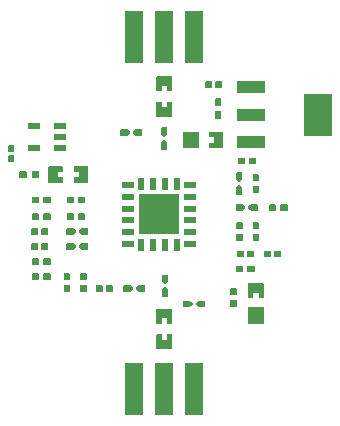
<source format=gtp>
G04 Layer: TopPasteMaskLayer*
G04 EasyEDA Pro v2.2.45.4, 2025-12-28 23:20:17*
G04 Gerber Generator version 0.3*
G04 Scale: 100 percent, Rotated: No, Reflected: No*
G04 Dimensions in millimeters*
G04 Leading zeros omitted, absolute positions, 4 integers and 5 decimals*
G04 Generated by one-click*
%FSLAX45Y45*%
%MOMM*%
%ADD10R,1.0X0.6*%
%ADD11R,2.47X0.98001*%
%ADD12R,2.47X3.59999*%
%ADD13R,1.41X1.35001*%
%ADD14R,1.35001X1.41*%
%ADD15R,1.0X0.55*%
%ADD16R,0.55X1.0*%
%ADD17R,3.4X3.4*%
%ADD18R,1.5047X4.5*%
%ADD19R,1.5X4.5*%
G75*


G04 PolygonModel Start*
G36*
G01X11284699Y-6004700D02*
G01X11284699Y-5958700D01*
G01X11288700Y-5954700D01*
G01X11346548Y-5954700D01*
G01X11350549Y-5958700D01*
G01X11350549Y-6004700D01*
G01X11346548Y-6008700D01*
G01X11288700Y-6008700D01*
G01X11284699Y-6004700D01*
G37*
G36*
G01X11245101Y-6004700D02*
G01X11245101Y-5958700D01*
G01X11241100Y-5954700D01*
G01X11183252Y-5954700D01*
G01X11179251Y-5958700D01*
G01X11179251Y-6004700D01*
G01X11183252Y-6008700D01*
G01X11241100Y-6008700D01*
G01X11245101Y-6004700D01*
G37*
G36*
G01X12842100Y-5442699D02*
G01X12888100Y-5442699D01*
G01X12892100Y-5446700D01*
G01X12892100Y-5504548D01*
G01X12888100Y-5508549D01*
G01X12842100Y-5508549D01*
G01X12838100Y-5504548D01*
G01X12838100Y-5446700D01*
G01X12842100Y-5442699D01*
G37*
G36*
G01X12842100Y-5403101D02*
G01X12888100Y-5403101D01*
G01X12892100Y-5399100D01*
G01X12892100Y-5341252D01*
G01X12888100Y-5337251D01*
G01X12842100Y-5337251D01*
G01X12838100Y-5341252D01*
G01X12838100Y-5399100D01*
G01X12842100Y-5403101D01*
G37*
G36*
G01X12840500Y-5242700D02*
G01X12840500Y-5196700D01*
G01X12844501Y-5192700D01*
G01X12894564Y-5192700D01*
G01X12898565Y-5196700D01*
G01X12898565Y-5242700D01*
G01X12894564Y-5246700D01*
G01X12844501Y-5246700D01*
G01X12840500Y-5242700D01*
G37*
G36*
G01X12813500Y-5242700D02*
G01X12813500Y-5196700D01*
G01X12809499Y-5192700D01*
G01X12759436Y-5192700D01*
G01X12755436Y-5196700D01*
G01X12755436Y-5242700D01*
G01X12759436Y-5246700D01*
G01X12809499Y-5246700D01*
G01X12813500Y-5242700D01*
G37*
G36*
G01X11089500Y-5817400D02*
G01X11135500Y-5817400D01*
G01X11139500Y-5821401D01*
G01X11139500Y-5871464D01*
G01X11135500Y-5875464D01*
G01X11089500Y-5875464D01*
G01X11085500Y-5871464D01*
G01X11085500Y-5821401D01*
G01X11089500Y-5817400D01*
G37*
G36*
G01X11089500Y-5790400D02*
G01X11135500Y-5790400D01*
G01X11139500Y-5786399D01*
G01X11139500Y-5736336D01*
G01X11135500Y-5732335D01*
G01X11089500Y-5732335D01*
G01X11085500Y-5736336D01*
G01X11085500Y-5786399D01*
G01X11089500Y-5790400D01*
G37*
G36*
G01X13014602Y-7005096D02*
G01X12969601Y-7005096D01*
G01X12964602Y-6998099D01*
G01X12964602Y-6950098D01*
G01X12969601Y-6945097D01*
G01X13014602Y-6945097D01*
G01X13019601Y-6950098D01*
G01X13019601Y-6998099D01*
G01X13014602Y-7005096D01*
G37*
G36*
G01X13014602Y-7101098D02*
G01X12969601Y-7101098D01*
G01X12964602Y-7096097D01*
G01X12964602Y-7048099D01*
G01X12969601Y-7041098D01*
G01X13014602Y-7041098D01*
G01X13019601Y-7048099D01*
G01X13019601Y-7096097D01*
G01X13014602Y-7101098D01*
G37*
G36*
G01X11676604Y-6359802D02*
G01X11676604Y-6314801D01*
G01X11683601Y-6309802D01*
G01X11731602Y-6309802D01*
G01X11736603Y-6314801D01*
G01X11736603Y-6359802D01*
G01X11731602Y-6364801D01*
G01X11683601Y-6364801D01*
G01X11676604Y-6359802D01*
G37*
G36*
G01X11580602Y-6359802D02*
G01X11580602Y-6314801D01*
G01X11585603Y-6309802D01*
G01X11633601Y-6309802D01*
G01X11640602Y-6314801D01*
G01X11640602Y-6359802D01*
G01X11633601Y-6364801D01*
G01X11585603Y-6364801D01*
G01X11580602Y-6359802D01*
G37*
G36*
G01X11765598Y-5917700D02*
G01X11765598Y-6045698D01*
G01X11760596Y-6050699D01*
G01X11645595Y-6050699D01*
G01X11640596Y-6045698D01*
G01X11640094Y-6004695D01*
G01X11685095Y-6004695D01*
G01X11685095Y-5959696D01*
G01X11641094Y-5959696D01*
G01X11640596Y-5917700D01*
G01X11645595Y-5912698D01*
G01X11760596Y-5912698D01*
G01X11765598Y-5917700D01*
G37*
G36*
G01X11424603Y-6045700D02*
G01X11424603Y-5917702D01*
G01X11429604Y-5912701D01*
G01X11544605Y-5912701D01*
G01X11549604Y-5917702D01*
G01X11550106Y-5958705D01*
G01X11505105Y-5958705D01*
G01X11505105Y-6003704D01*
G01X11549106Y-6003704D01*
G01X11549604Y-6045700D01*
G01X11544605Y-6050702D01*
G01X11429604Y-6050702D01*
G01X11424603Y-6045700D01*
G37*
G36*
G01X11348496Y-6314798D02*
G01X11348496Y-6359799D01*
G01X11341499Y-6364798D01*
G01X11293498Y-6364798D01*
G01X11288497Y-6359799D01*
G01X11288497Y-6314798D01*
G01X11293498Y-6309799D01*
G01X11341499Y-6309799D01*
G01X11348496Y-6314798D01*
G37*
G36*
G01X11444498Y-6314798D02*
G01X11444498Y-6359799D01*
G01X11439497Y-6364798D01*
G01X11391499Y-6364798D01*
G01X11384498Y-6359799D01*
G01X11384498Y-6314798D01*
G01X11391499Y-6309799D01*
G01X11439497Y-6309799D01*
G01X11444498Y-6314798D01*
G37*
G36*
G01X11348496Y-6175098D02*
G01X11348496Y-6220099D01*
G01X11341499Y-6225098D01*
G01X11293498Y-6225098D01*
G01X11288497Y-6220099D01*
G01X11288497Y-6175098D01*
G01X11293498Y-6170099D01*
G01X11341499Y-6170099D01*
G01X11348496Y-6175098D01*
G37*
G36*
G01X11444498Y-6175098D02*
G01X11444498Y-6220099D01*
G01X11439497Y-6225098D01*
G01X11391499Y-6225098D01*
G01X11384498Y-6220099D01*
G01X11384498Y-6175098D01*
G01X11391499Y-6170099D01*
G01X11439497Y-6170099D01*
G01X11444498Y-6175098D01*
G37*
G36*
G01X11348496Y-6822798D02*
G01X11348496Y-6867799D01*
G01X11341499Y-6872798D01*
G01X11293498Y-6872798D01*
G01X11288497Y-6867799D01*
G01X11288497Y-6822798D01*
G01X11293498Y-6817799D01*
G01X11341499Y-6817799D01*
G01X11348496Y-6822798D01*
G37*
G36*
G01X11444498Y-6822798D02*
G01X11444498Y-6867799D01*
G01X11439497Y-6872798D01*
G01X11391499Y-6872798D01*
G01X11384498Y-6867799D01*
G01X11384498Y-6822798D01*
G01X11391499Y-6817799D01*
G01X11439497Y-6817799D01*
G01X11444498Y-6822798D01*
G37*
G36*
G01X11348496Y-6695798D02*
G01X11348496Y-6740799D01*
G01X11341499Y-6745798D01*
G01X11293498Y-6745798D01*
G01X11288497Y-6740799D01*
G01X11288497Y-6695798D01*
G01X11293498Y-6690799D01*
G01X11341499Y-6690799D01*
G01X11348496Y-6695798D01*
G37*
G36*
G01X11444498Y-6695798D02*
G01X11444498Y-6740799D01*
G01X11439497Y-6745798D01*
G01X11391499Y-6745798D01*
G01X11384498Y-6740799D01*
G01X11384498Y-6695798D01*
G01X11391499Y-6690799D01*
G01X11439497Y-6690799D01*
G01X11444498Y-6695798D01*
G37*
G36*
G01X12908598Y-5625600D02*
G01X12908598Y-5753598D01*
G01X12903596Y-5758599D01*
G01X12788595Y-5758599D01*
G01X12783596Y-5753598D01*
G01X12783094Y-5712595D01*
G01X12828095Y-5712595D01*
G01X12828095Y-5667596D01*
G01X12784094Y-5667596D01*
G01X12783596Y-5625600D01*
G01X12788595Y-5620598D01*
G01X12903596Y-5620598D01*
G01X12908598Y-5625600D01*
G37*
G36*
G01X12567603Y-5753600D02*
G01X12567603Y-5625602D01*
G01X12572604Y-5620601D01*
G01X12687605Y-5620601D01*
G01X12692604Y-5625602D01*
G01X12693106Y-5666605D01*
G01X12648105Y-5666605D01*
G01X12648105Y-5711604D01*
G01X12692106Y-5711604D01*
G01X12692604Y-5753600D01*
G01X12687605Y-5758602D01*
G01X12572604Y-5758602D01*
G01X12567603Y-5753600D01*
G37*
G36*
G01X13088396Y-5844898D02*
G01X13088396Y-5889899D01*
G01X13081399Y-5894898D01*
G01X13033398Y-5894898D01*
G01X13028397Y-5889899D01*
G01X13028397Y-5844898D01*
G01X13033398Y-5839899D01*
G01X13081399Y-5839899D01*
G01X13088396Y-5844898D01*
G37*
G36*
G01X13184398Y-5844898D02*
G01X13184398Y-5889899D01*
G01X13179397Y-5894898D01*
G01X13131399Y-5894898D01*
G01X13124398Y-5889899D01*
G01X13124398Y-5844898D01*
G01X13131399Y-5839899D01*
G01X13179397Y-5839899D01*
G01X13184398Y-5844898D01*
G37*
G36*
G01X11699598Y-6914104D02*
G01X11744599Y-6914104D01*
G01X11749598Y-6921101D01*
G01X11749598Y-6969102D01*
G01X11744599Y-6974103D01*
G01X11699598Y-6974103D01*
G01X11694599Y-6969102D01*
G01X11694599Y-6921101D01*
G01X11699598Y-6914104D01*
G37*
G36*
G01X11699598Y-6818102D02*
G01X11744599Y-6818102D01*
G01X11749598Y-6823103D01*
G01X11749598Y-6871101D01*
G01X11744599Y-6878102D01*
G01X11699598Y-6878102D01*
G01X11694599Y-6871101D01*
G01X11694599Y-6823103D01*
G01X11699598Y-6818102D01*
G37*
G36*
G01X11559898Y-6914104D02*
G01X11604899Y-6914104D01*
G01X11609898Y-6921101D01*
G01X11609898Y-6969102D01*
G01X11604899Y-6974103D01*
G01X11559898Y-6974103D01*
G01X11554899Y-6969102D01*
G01X11554899Y-6921101D01*
G01X11559898Y-6914104D01*
G37*
G36*
G01X11559898Y-6818102D02*
G01X11604899Y-6818102D01*
G01X11609898Y-6823103D01*
G01X11609898Y-6871101D01*
G01X11604899Y-6878102D01*
G01X11559898Y-6878102D01*
G01X11554899Y-6871101D01*
G01X11554899Y-6823103D01*
G01X11559898Y-6818102D01*
G37*
G36*
G01X13205102Y-6039896D02*
G01X13160101Y-6039896D01*
G01X13155102Y-6032899D01*
G01X13155102Y-5984898D01*
G01X13160101Y-5979897D01*
G01X13205102Y-5979897D01*
G01X13210101Y-5984898D01*
G01X13210101Y-6032899D01*
G01X13205102Y-6039896D01*
G37*
G36*
G01X13205102Y-6135898D02*
G01X13160101Y-6135898D01*
G01X13155102Y-6130897D01*
G01X13155102Y-6082899D01*
G01X13160101Y-6075898D01*
G01X13205102Y-6075898D01*
G01X13210101Y-6082899D01*
G01X13210101Y-6130897D01*
G01X13205102Y-6135898D01*
G37*
G36*
G01X13355096Y-6238598D02*
G01X13355096Y-6283599D01*
G01X13348099Y-6288598D01*
G01X13300098Y-6288598D01*
G01X13295097Y-6283599D01*
G01X13295097Y-6238598D01*
G01X13300098Y-6233599D01*
G01X13348099Y-6233599D01*
G01X13355096Y-6238598D01*
G37*
G36*
G01X13451098Y-6238598D02*
G01X13451098Y-6283599D01*
G01X13446097Y-6288598D01*
G01X13398099Y-6288598D01*
G01X13391098Y-6283599D01*
G01X13391098Y-6238598D01*
G01X13398099Y-6233599D01*
G01X13446097Y-6233599D01*
G01X13451098Y-6238598D01*
G37*
G36*
G01X13065402Y-6446296D02*
G01X13020401Y-6446296D01*
G01X13015402Y-6439299D01*
G01X13015402Y-6391298D01*
G01X13020401Y-6386297D01*
G01X13065402Y-6386297D01*
G01X13070401Y-6391298D01*
G01X13070401Y-6439299D01*
G01X13065402Y-6446296D01*
G37*
G36*
G01X13065402Y-6542298D02*
G01X13020401Y-6542298D01*
G01X13015402Y-6537297D01*
G01X13015402Y-6489299D01*
G01X13020401Y-6482298D01*
G01X13065402Y-6482298D01*
G01X13070401Y-6489299D01*
G01X13070401Y-6537297D01*
G01X13065402Y-6542298D01*
G37*
G36*
G01X13205102Y-6446296D02*
G01X13160101Y-6446296D01*
G01X13155102Y-6439299D01*
G01X13155102Y-6391298D01*
G01X13160101Y-6386297D01*
G01X13205102Y-6386297D01*
G01X13210101Y-6391298D01*
G01X13210101Y-6439299D01*
G01X13205102Y-6446296D01*
G37*
G36*
G01X13205102Y-6542298D02*
G01X13160101Y-6542298D01*
G01X13155102Y-6537297D01*
G01X13155102Y-6489299D01*
G01X13160101Y-6482298D01*
G01X13205102Y-6482298D01*
G01X13210101Y-6489299D01*
G01X13210101Y-6537297D01*
G01X13205102Y-6542298D01*
G37*
G36*
G01X13111704Y-6804302D02*
G01X13111704Y-6759301D01*
G01X13118701Y-6754302D01*
G01X13166702Y-6754302D01*
G01X13171703Y-6759301D01*
G01X13171703Y-6804302D01*
G01X13166702Y-6809301D01*
G01X13118701Y-6809301D01*
G01X13111704Y-6804302D01*
G37*
G36*
G01X13015702Y-6804302D02*
G01X13015702Y-6759301D01*
G01X13020703Y-6754302D01*
G01X13068701Y-6754302D01*
G01X13075702Y-6759301D01*
G01X13075702Y-6804302D01*
G01X13068701Y-6809301D01*
G01X13020703Y-6809301D01*
G01X13015702Y-6804302D01*
G37*
G36*
G01X13118600Y-6903402D02*
G01X13246598Y-6903402D01*
G01X13251599Y-6908404D01*
G01X13251599Y-7023405D01*
G01X13246598Y-7028404D01*
G01X13205595Y-7028906D01*
G01X13205595Y-6983905D01*
G01X13160596Y-6983905D01*
G01X13160596Y-7027906D01*
G01X13118600Y-7028404D01*
G01X13113598Y-7023405D01*
G01X13113598Y-6908404D01*
G01X13118600Y-6903402D01*
G37*
G36*
G01X13246600Y-7244397D02*
G01X13118602Y-7244397D01*
G01X13113601Y-7239396D01*
G01X13113601Y-7124395D01*
G01X13118602Y-7119396D01*
G01X13159605Y-7118894D01*
G01X13159605Y-7163895D01*
G01X13204604Y-7163895D01*
G01X13204604Y-7119894D01*
G01X13246600Y-7119396D01*
G01X13251602Y-7124395D01*
G01X13251602Y-7239396D01*
G01X13246600Y-7244397D01*
G37*
G36*
G01X12343900Y-5150802D02*
G01X12471898Y-5150802D01*
G01X12476899Y-5155804D01*
G01X12476899Y-5270805D01*
G01X12471898Y-5275804D01*
G01X12430895Y-5276306D01*
G01X12430895Y-5231305D01*
G01X12385896Y-5231305D01*
G01X12385896Y-5275306D01*
G01X12343900Y-5275804D01*
G01X12338898Y-5270805D01*
G01X12338898Y-5155804D01*
G01X12343900Y-5150802D01*
G37*
G36*
G01X12471900Y-5491797D02*
G01X12343902Y-5491797D01*
G01X12338901Y-5486796D01*
G01X12338901Y-5371795D01*
G01X12343902Y-5366796D01*
G01X12384905Y-5366294D01*
G01X12384905Y-5411295D01*
G01X12429904Y-5411295D01*
G01X12429904Y-5367294D01*
G01X12471900Y-5366796D01*
G01X12476902Y-5371795D01*
G01X12476902Y-5486796D01*
G01X12471900Y-5491797D01*
G37*
G36*
G01X12343900Y-7119302D02*
G01X12471898Y-7119302D01*
G01X12476899Y-7124304D01*
G01X12476899Y-7239305D01*
G01X12471898Y-7244304D01*
G01X12430895Y-7244806D01*
G01X12430895Y-7199805D01*
G01X12385896Y-7199805D01*
G01X12385896Y-7243806D01*
G01X12343900Y-7244304D01*
G01X12338898Y-7239305D01*
G01X12338898Y-7124304D01*
G01X12343900Y-7119302D01*
G37*
G36*
G01X12471900Y-7460297D02*
G01X12343902Y-7460297D01*
G01X12338901Y-7455296D01*
G01X12338901Y-7340295D01*
G01X12343902Y-7335296D01*
G01X12384905Y-7334794D01*
G01X12384905Y-7379795D01*
G01X12429904Y-7379795D01*
G01X12429904Y-7335794D01*
G01X12471900Y-7335296D01*
G01X12476902Y-7340295D01*
G01X12476902Y-7455296D01*
G01X12471900Y-7460297D01*
G37*
G36*
G01X11676604Y-6220102D02*
G01X11676604Y-6175101D01*
G01X11683601Y-6170102D01*
G01X11731602Y-6170102D01*
G01X11736603Y-6175101D01*
G01X11736603Y-6220102D01*
G01X11731602Y-6225101D01*
G01X11683601Y-6225101D01*
G01X11676604Y-6220102D01*
G37*
G36*
G01X11580602Y-6220102D02*
G01X11580602Y-6175101D01*
G01X11585603Y-6170102D01*
G01X11633601Y-6170102D01*
G01X11640602Y-6175101D01*
G01X11640602Y-6220102D01*
G01X11633601Y-6225101D01*
G01X11585603Y-6225101D01*
G01X11580602Y-6220102D01*
G37*
G36*
G01X13051541Y-6044400D02*
G01X13034259Y-6044400D01*
G01X13015900Y-6017537D01*
G01X13015900Y-5967890D01*
G01X13019900Y-5963890D01*
G01X13065900Y-5963890D01*
G01X13069900Y-5967890D01*
G01X13069900Y-6017537D01*
G01X13051541Y-6044400D01*
G37*
G36*
G01X13051541Y-6071400D02*
G01X13034259Y-6071400D01*
G01X13015900Y-6098263D01*
G01X13015900Y-6147910D01*
G01X13019900Y-6151910D01*
G01X13065900Y-6151910D01*
G01X13069900Y-6147910D01*
G01X13069900Y-6098263D01*
G01X13051541Y-6071400D01*
G37*
G36*
G01X13119900Y-6269741D02*
G01X13119900Y-6252459D01*
G01X13146763Y-6234100D01*
G01X13196410Y-6234100D01*
G01X13200410Y-6238100D01*
G01X13200410Y-6284100D01*
G01X13196410Y-6288100D01*
G01X13146763Y-6288100D01*
G01X13119900Y-6269741D01*
G37*
G36*
G01X13092900Y-6269741D02*
G01X13092900Y-6252459D01*
G01X13066037Y-6234100D01*
G01X13016390Y-6234100D01*
G01X13012390Y-6238100D01*
G01X13012390Y-6284100D01*
G01X13016390Y-6288100D01*
G01X13066037Y-6288100D01*
G01X13092900Y-6269741D01*
G37*
G36*
G01X12416541Y-5663400D02*
G01X12399259Y-5663400D01*
G01X12380900Y-5636537D01*
G01X12380900Y-5586890D01*
G01X12384900Y-5582890D01*
G01X12430900Y-5582890D01*
G01X12434900Y-5586890D01*
G01X12434900Y-5636537D01*
G01X12416541Y-5663400D01*
G37*
G36*
G01X12416541Y-5690400D02*
G01X12399259Y-5690400D01*
G01X12380900Y-5717263D01*
G01X12380900Y-5766910D01*
G01X12384900Y-5770910D01*
G01X12430900Y-5770910D01*
G01X12434900Y-5766910D01*
G01X12434900Y-5717263D01*
G01X12416541Y-5690400D01*
G37*
G36*
G01X12115000Y-5617459D02*
G01X12115000Y-5634741D01*
G01X12088137Y-5653100D01*
G01X12038490Y-5653100D01*
G01X12034490Y-5649100D01*
G01X12034490Y-5603100D01*
G01X12038490Y-5599100D01*
G01X12088137Y-5599100D01*
G01X12115000Y-5617459D01*
G37*
G36*
G01X12142000Y-5617459D02*
G01X12142000Y-5634741D01*
G01X12168863Y-5653100D01*
G01X12218510Y-5653100D01*
G01X12222510Y-5649100D01*
G01X12222510Y-5603100D01*
G01X12218510Y-5599100D01*
G01X12168863Y-5599100D01*
G01X12142000Y-5617459D01*
G37*
G36*
G01X12421621Y-6909270D02*
G01X12404339Y-6909270D01*
G01X12385980Y-6882407D01*
G01X12385980Y-6832760D01*
G01X12389980Y-6828760D01*
G01X12435980Y-6828760D01*
G01X12439980Y-6832760D01*
G01X12439980Y-6882407D01*
G01X12421621Y-6909270D01*
G37*
G36*
G01X12421621Y-6936270D02*
G01X12404339Y-6936270D01*
G01X12385980Y-6963133D01*
G01X12385980Y-7012780D01*
G01X12389980Y-7016780D01*
G01X12435980Y-7016780D01*
G01X12439980Y-7012780D01*
G01X12439980Y-6963133D01*
G01X12421621Y-6936270D01*
G37*
G36*
G01X12674130Y-7087621D02*
G01X12674130Y-7070339D01*
G01X12700993Y-7051980D01*
G01X12750640Y-7051980D01*
G01X12754640Y-7055980D01*
G01X12754640Y-7101980D01*
G01X12750640Y-7105980D01*
G01X12700993Y-7105980D01*
G01X12674130Y-7087621D01*
G37*
G36*
G01X12647130Y-7087621D02*
G01X12647130Y-7070339D01*
G01X12620267Y-7051980D01*
G01X12570620Y-7051980D01*
G01X12566620Y-7055980D01*
G01X12566620Y-7101980D01*
G01X12570620Y-7105980D01*
G01X12620267Y-7105980D01*
G01X12647130Y-7087621D01*
G37*
G36*
G01X12167400Y-6955541D02*
G01X12167400Y-6938259D01*
G01X12194263Y-6919900D01*
G01X12243910Y-6919900D01*
G01X12247910Y-6923900D01*
G01X12247910Y-6969900D01*
G01X12243910Y-6973900D01*
G01X12194263Y-6973900D01*
G01X12167400Y-6955541D01*
G37*
G36*
G01X12140400Y-6955541D02*
G01X12140400Y-6938259D01*
G01X12113537Y-6919900D01*
G01X12063890Y-6919900D01*
G01X12059890Y-6923900D01*
G01X12059890Y-6969900D01*
G01X12063890Y-6973900D01*
G01X12113537Y-6973900D01*
G01X12140400Y-6955541D01*
G37*
G36*
G01X11684800Y-6472941D02*
G01X11684800Y-6455659D01*
G01X11711663Y-6437300D01*
G01X11761310Y-6437300D01*
G01X11765310Y-6441300D01*
G01X11765310Y-6487300D01*
G01X11761310Y-6491300D01*
G01X11711663Y-6491300D01*
G01X11684800Y-6472941D01*
G37*
G36*
G01X11657800Y-6472941D02*
G01X11657800Y-6455659D01*
G01X11630937Y-6437300D01*
G01X11581290Y-6437300D01*
G01X11577290Y-6441300D01*
G01X11577290Y-6487300D01*
G01X11581290Y-6491300D01*
G01X11630937Y-6491300D01*
G01X11657800Y-6472941D01*
G37*
G36*
G01X11684800Y-6599941D02*
G01X11684800Y-6582659D01*
G01X11711663Y-6564300D01*
G01X11761310Y-6564300D01*
G01X11765310Y-6568300D01*
G01X11765310Y-6614300D01*
G01X11761310Y-6618300D01*
G01X11711663Y-6618300D01*
G01X11684800Y-6599941D01*
G37*
G36*
G01X11657800Y-6599941D02*
G01X11657800Y-6582659D01*
G01X11630937Y-6564300D01*
G01X11581290Y-6564300D01*
G01X11577290Y-6568300D01*
G01X11577290Y-6614300D01*
G01X11581290Y-6618300D01*
G01X11630937Y-6618300D01*
G01X11657800Y-6599941D01*
G37*
G36*
G01X11367300Y-6487300D02*
G01X11367300Y-6441300D01*
G01X11371301Y-6437300D01*
G01X11421364Y-6437300D01*
G01X11425365Y-6441300D01*
G01X11425365Y-6487300D01*
G01X11421364Y-6491300D01*
G01X11371301Y-6491300D01*
G01X11367300Y-6487300D01*
G37*
G36*
G01X11340300Y-6487300D02*
G01X11340300Y-6441300D01*
G01X11336299Y-6437300D01*
G01X11286236Y-6437300D01*
G01X11282236Y-6441300D01*
G01X11282236Y-6487300D01*
G01X11286236Y-6491300D01*
G01X11336299Y-6491300D01*
G01X11340300Y-6487300D01*
G37*
G36*
G01X11367300Y-6614300D02*
G01X11367300Y-6568300D01*
G01X11371301Y-6564300D01*
G01X11421364Y-6564300D01*
G01X11425365Y-6568300D01*
G01X11425365Y-6614300D01*
G01X11421364Y-6618300D01*
G01X11371301Y-6618300D01*
G01X11367300Y-6614300D01*
G37*
G36*
G01X11340300Y-6614300D02*
G01X11340300Y-6568300D01*
G01X11336299Y-6564300D01*
G01X11286236Y-6564300D01*
G01X11282236Y-6568300D01*
G01X11282236Y-6614300D01*
G01X11286236Y-6618300D01*
G01X11336299Y-6618300D01*
G01X11340300Y-6614300D01*
G37*
G36*
G01X13080200Y-6631800D02*
G01X13080200Y-6677800D01*
G01X13076199Y-6681800D01*
G01X13026136Y-6681800D01*
G01X13022136Y-6677800D01*
G01X13022136Y-6631800D01*
G01X13026136Y-6627800D01*
G01X13076199Y-6627800D01*
G01X13080200Y-6631800D01*
G37*
G36*
G01X13107200Y-6631800D02*
G01X13107200Y-6677800D01*
G01X13111201Y-6681800D01*
G01X13161264Y-6681800D01*
G01X13165265Y-6677800D01*
G01X13165265Y-6631800D01*
G01X13161264Y-6627800D01*
G01X13111201Y-6627800D01*
G01X13107200Y-6631800D01*
G37*
G36*
G01X13308800Y-6631800D02*
G01X13308800Y-6677800D01*
G01X13304799Y-6681800D01*
G01X13254736Y-6681800D01*
G01X13250736Y-6677800D01*
G01X13250736Y-6631800D01*
G01X13254736Y-6627800D01*
G01X13304799Y-6627800D01*
G01X13308800Y-6631800D01*
G37*
G36*
G01X13335800Y-6631800D02*
G01X13335800Y-6677800D01*
G01X13339801Y-6681800D01*
G01X13389864Y-6681800D01*
G01X13393865Y-6677800D01*
G01X13393865Y-6631800D01*
G01X13389864Y-6627800D01*
G01X13339801Y-6627800D01*
G01X13335800Y-6631800D01*
G37*
G36*
G01X11913400Y-6969900D02*
G01X11913400Y-6923900D01*
G01X11917401Y-6919900D01*
G01X11967464Y-6919900D01*
G01X11971465Y-6923900D01*
G01X11971465Y-6969900D01*
G01X11967464Y-6973900D01*
G01X11917401Y-6973900D01*
G01X11913400Y-6969900D01*
G37*
G36*
G01X11886400Y-6969900D02*
G01X11886400Y-6923900D01*
G01X11882399Y-6919900D01*
G01X11832336Y-6919900D01*
G01X11828336Y-6923900D01*
G01X11828336Y-6969900D01*
G01X11832336Y-6973900D01*
G01X11882399Y-6973900D01*
G01X11886400Y-6969900D01*
G37*

G04 Pad Start*
G54D10*
G01X11307293Y-5759196D03*
G01X11307293Y-5569204D03*
G01X11527307Y-5759196D03*
G01X11527307Y-5569204D03*
G01X11527307Y-5664200D03*
G54D11*
G01X13140411Y-5243703D03*
G01X13140411Y-5473700D03*
G01X13140411Y-5703697D03*
G54D12*
G01X13707389Y-5473700D03*
G54D13*
G01X12638100Y-5689600D03*
G54D14*
G01X13182600Y-7173900D03*
G54D15*
G01X12100000Y-6069500D03*
G01X12100000Y-6169500D03*
G01X12100000Y-6269500D03*
G01X12100000Y-6369500D03*
G01X12100000Y-6469500D03*
G01X12100000Y-6569500D03*
G54D16*
G01X12213000Y-6580000D03*
G01X12313000Y-6580000D03*
G01X12413000Y-6580000D03*
G01X12513000Y-6580000D03*
G54D15*
G01X12625000Y-6569500D03*
G01X12625000Y-6469500D03*
G01X12625000Y-6369500D03*
G01X12625000Y-6269500D03*
G01X12625000Y-6169500D03*
G01X12625000Y-6069500D03*
G54D16*
G01X12513000Y-6060000D03*
G01X12413000Y-6060000D03*
G01X12313000Y-6060000D03*
G01X12213000Y-6060000D03*
G54D17*
G01X12363000Y-6319500D03*
G54D19*
G01X12662878Y-4815000D03*
G01X12152897Y-4815000D03*
G01X12407887Y-4815000D03*
G01X12152922Y-7800000D03*
G01X12662903Y-7800000D03*
G01X12407913Y-7800000D03*
G04 Pad End*

M02*


</source>
